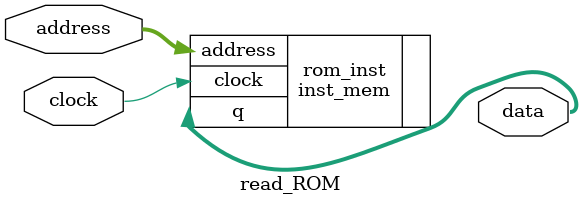
<source format=sv>
module read_ROM(input logic [12:0] address,
					input logic clock,
					output [15:0] data
					);
 
// Instancia de la ROM
	inst_mem rom_inst (
    .address(address),
    .clock(clock),    
    .q(data)          
	);
endmodule 
</source>
